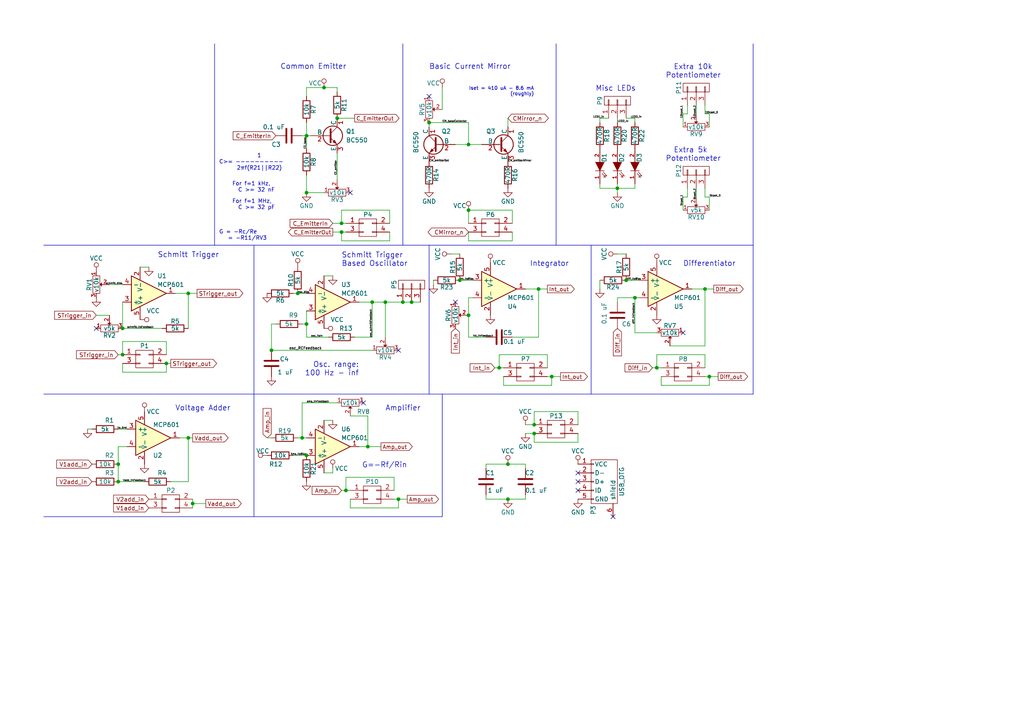
<source format=kicad_sch>
(kicad_sch (version 20230121) (generator eeschema)
  (paper "A4")
  (lib_symbols
    (symbol "FundamentalsBoard-rescue:BC550" (pin_names (offset 0))
      (property "Reference" "Q" (at 5.08 1.905 0))
      (property "Value" "BC550" (at 5.08 0 0))
      (property "Footprint" "TO-92" (at 5.08 -1.905 0))
      (symbol "BC550_0_1"
        (polyline (pts (xy 0 0) (xy 0.635 0)))
        (polyline (pts (xy 0.635 0.635) (xy 2.54 2.54)))
        (polyline (pts (xy 0.635 -0.635) (xy 2.54 -2.54) (xy 2.54 -2.54)))
        (polyline (pts (xy 0.635 1.905) (xy 0.635 -1.905) (xy 0.635 -1.905)) (stroke (width 0.508)))
        (polyline (pts (xy 1.27 -1.778) (xy 1.778 -1.27) (xy 2.286 -2.286) (xy 1.27 -1.778) (xy 1.27 -1.778)) (fill (type outline)))
        (circle (center 1.27 0) (radius 2.8194) (stroke (width 0.254)))
      )
      (symbol "BC550_1_1"
        (pin passive line (at 2.54 5.08 270) (length 2.54) (name "C") (number "1"))
        (pin input line (at -5.08 0 0) (length 5.08) (name "B") (number "2"))
        (pin passive line (at 2.54 -5.08 90) (length 2.54) (name "E") (number "3"))
      )
    )
    (symbol "FundamentalsBoard-rescue:C" (pin_numbers hide) (pin_names (offset 0.254))
      (property "Reference" "C" (at 0.635 2.54 0))
      (property "Value" "C" (at 0.635 -2.54 0))
      (symbol "C_0_1"
        (polyline (pts (xy -2.032 -0.762) (xy 2.032 -0.762)) (stroke (width 0.508)))
        (polyline (pts (xy -2.032 0.762) (xy 2.032 0.762)) (stroke (width 0.508)))
      )
      (symbol "C_1_1"
        (pin passive line (at 0 3.81 270) (length 2.794) (name "~") (number "1"))
        (pin passive line (at 0 -3.81 90) (length 2.794) (name "~") (number "2"))
      )
    )
    (symbol "FundamentalsBoard-rescue:CONN_01X03" (pin_names (offset 1.016) hide)
      (property "Reference" "P" (at 0 5.08 0))
      (property "Value" "CONN_01X03" (at 2.54 0 90))
      (symbol "CONN_01X03_0_1"
        (rectangle (start -1.27 -2.413) (end 0.254 -2.667))
        (rectangle (start -1.27 0.127) (end 0.254 -0.127))
        (rectangle (start -1.27 2.667) (end 0.254 2.413))
        (rectangle (start -1.27 3.81) (end 1.27 -3.81))
      )
      (symbol "CONN_01X03_1_1"
        (pin passive line (at -5.08 2.54 0) (length 3.81) (name "P1") (number "1"))
        (pin passive line (at -5.08 0 0) (length 3.81) (name "P2") (number "2"))
        (pin passive line (at -5.08 -2.54 0) (length 3.81) (name "P3") (number "3"))
      )
    )
    (symbol "FundamentalsBoard-rescue:CONN_02X02" (pin_names (offset 0.0254) hide)
      (property "Reference" "P" (at 0 3.81 0))
      (property "Value" "CONN_02X02" (at 0 -3.81 0))
      (symbol "CONN_02X02_0_1"
        (rectangle (start -2.54 -1.143) (end -1.27 -1.397))
        (rectangle (start -2.54 1.397) (end -1.27 1.143))
        (rectangle (start -2.54 2.54) (end 2.54 -2.54))
        (rectangle (start 1.27 -1.143) (end 2.54 -1.397))
        (rectangle (start 1.27 1.397) (end 2.54 1.143))
      )
      (symbol "CONN_02X02_1_1"
        (pin passive line (at -6.35 1.27 0) (length 3.81) (name "P1") (number "1"))
        (pin passive line (at 6.35 1.27 180) (length 3.81) (name "P2") (number "2"))
        (pin passive line (at -6.35 -1.27 0) (length 3.81) (name "P3") (number "3"))
        (pin passive line (at 6.35 -1.27 180) (length 3.81) (name "P4") (number "4"))
      )
    )
    (symbol "FundamentalsBoard-rescue:GND" (power) (pin_names (offset 0))
      (property "Value" "GND" (at 0 -3.81 0))
      (symbol "GND_0_1"
        (polyline (pts (xy 0 0) (xy 0 -1.27) (xy 1.27 -1.27) (xy 0 -2.54) (xy -1.27 -1.27) (xy 0 -1.27)))
      )
      (symbol "GND_1_1"
        (pin power_in line (at 0 0 270) (length 0) hide (name "GND") (number "1"))
      )
    )
    (symbol "FundamentalsBoard-rescue:LED" (pin_names (offset 1.016) hide)
      (property "Reference" "D" (at 0 2.54 0))
      (property "Value" "LED" (at 0 -2.54 0))
      (symbol "LED_0_1"
        (polyline (pts (xy -1.27 1.27) (xy -1.27 -1.27)))
        (polyline (pts (xy -2.032 -0.635) (xy -3.175 -1.651) (xy -3.048 -1.016)))
        (polyline (pts (xy -1.651 -1.016) (xy -2.794 -2.032) (xy -2.667 -1.397)))
        (polyline (pts (xy 1.27 1.27) (xy -1.27 0) (xy 1.27 -1.27)) (fill (type outline)))
      )
      (symbol "LED_1_1"
        (pin passive line (at -5.08 0 0) (length 3.81) (name "K") (number "1"))
        (pin passive line (at 5.08 0 180) (length 3.81) (name "A") (number "2"))
      )
    )
    (symbol "FundamentalsBoard-rescue:MCP601"
      (property "Reference" "U" (at 1.27 5.08 0))
      (property "Value" "MCP601" (at 5.08 -5.08 0))
      (symbol "MCP601_0_1"
        (polyline (pts (xy -5.08 5.08) (xy 5.08 0) (xy -5.08 -5.08) (xy -5.08 5.08)) (stroke (width 0.254)) (fill (type background)))
      )
      (symbol "MCP601_1_1"
        (pin output line (at 7.62 0 180) (length 2.54) (name "~") (number "1"))
        (pin input line (at -2.54 -7.62 90) (length 3.81) (name "V-") (number "2"))
        (pin input line (at -7.62 2.54 0) (length 2.54) (name "+") (number "3"))
        (pin input line (at -7.62 -2.54 0) (length 2.54) (name "-") (number "4"))
        (pin input line (at -2.54 7.62 270) (length 3.81) (name "V+") (number "5"))
      )
    )
    (symbol "FundamentalsBoard-rescue:POT" (pin_names (offset 1.016) hide)
      (property "Reference" "RV" (at 0 -2.032 0))
      (property "Value" "POT" (at 0 0 0))
      (symbol "POT_0_1"
        (rectangle (start -2.54 1.016) (end 2.54 -1.016))
        (polyline (pts (xy 0 1.016) (xy -0.508 1.524) (xy 0.508 1.524)) (fill (type outline)))
      )
      (symbol "POT_1_1"
        (pin passive line (at -3.81 0 0) (length 1.27) (name "1") (number "1"))
        (pin passive line (at 0 3.81 270) (length 2.54) (name "2") (number "2"))
        (pin passive line (at 3.81 0 180) (length 1.27) (name "3") (number "3"))
      )
    )
    (symbol "FundamentalsBoard-rescue:R" (pin_numbers hide) (pin_names (offset 0))
      (property "Reference" "R" (at 2.032 0 90))
      (property "Value" "R" (at 0 0 90))
      (symbol "R_0_1"
        (rectangle (start -1.016 -2.54) (end 1.016 2.54) (stroke (width 0.254)))
      )
      (symbol "R_1_1"
        (pin passive line (at 0 3.81 270) (length 1.27) (name "~") (number "1"))
        (pin passive line (at 0 -3.81 90) (length 1.27) (name "~") (number "2"))
      )
    )
    (symbol "FundamentalsBoard-rescue:USB_OTG" (pin_names (offset 1.016))
      (property "Reference" "P" (at 8.255 -3.175 0))
      (property "Value" "USB_OTG" (at 0 5.08 0))
      (symbol "USB_OTG_0_1"
        (rectangle (start -6.35 -3.81) (end 6.35 3.81))
        (rectangle (start -5.207 -3.81) (end -4.953 -3.048))
        (rectangle (start -2.667 -3.81) (end -2.413 -3.048))
        (rectangle (start -0.127 -3.81) (end 0.127 -3.048))
        (rectangle (start 2.413 -3.81) (end 2.667 -3.048))
        (rectangle (start 4.953 -3.81) (end 5.207 -3.048))
      )
      (symbol "USB_OTG_1_1"
        (pin power_out line (at -5.08 -7.62 90) (length 3.81) (name "VCC") (number "1"))
        (pin passive line (at -2.54 -7.62 90) (length 3.81) (name "D-") (number "2"))
        (pin passive line (at 0 -7.62 90) (length 3.81) (name "D+") (number "3"))
        (pin power_in line (at 2.54 -7.62 90) (length 3.81) (name "ID") (number "4"))
        (pin power_in line (at 5.08 -7.62 90) (length 3.81) (name "GND") (number "5"))
        (pin passive line (at 10.16 2.54 180) (length 3.81) (name "shield") (number "6"))
      )
    )
    (symbol "FundamentalsBoard-rescue:VCC" (power) (pin_names (offset 0))
      (property "Value" "VCC" (at 0 3.81 0))
      (symbol "VCC_0_1"
        (polyline (pts (xy 0 0) (xy 0 1.27)))
        (circle (center 0 1.905) (radius 0.635))
      )
      (symbol "VCC_1_1"
        (pin power_in line (at 0 0 90) (length 0) hide (name "VCC") (number "1"))
      )
    )
  )
  (junction (at 88.9 93.98))
  (junction (at 190.5 106.68))
  (junction (at 115.57 144.78))
  (junction (at 87.63 127))
  (junction (at 181.61 81.28))
  (junction (at 99.06 64.77))
  (junction (at 35.56 95.25))
  (junction (at 147.32 134.62))
  (junction (at 184.15 86.36))
  (junction (at 135.89 60.96))
  (junction (at 88.9 132.08))
  (junction (at 147.32 144.78))
  (junction (at 35.56 102.87))
  (junction (at 133.35 81.28))
  (junction (at 156.21 83.82))
  (junction (at 111.76 87.63))
  (junction (at 204.47 83.82))
  (junction (at 119.38 87.63))
  (junction (at 124.46 35.56))
  (junction (at 97.79 34.29))
  (junction (at 160.02 109.22))
  (junction (at 34.29 139.7))
  (junction (at 48.26 105.41))
  (junction (at 116.84 87.63))
  (junction (at 78.74 101.6))
  (junction (at 205.74 109.22))
  (junction (at 93.98 25.4))
  (junction (at 107.95 87.63))
  (junction (at 144.78 106.68))
  (junction (at 86.36 85.09))
  (junction (at 88.9 55.88))
  (junction (at 99.06 67.31))
  (junction (at 34.29 134.62))
  (junction (at 54.61 85.09))
  (junction (at 54.61 127))
  (junction (at 179.07 54.61))
  (junction (at 154.94 123.19))
  (junction (at 55.88 146.05))
  (junction (at 135.89 91.44))
  (junction (at 88.9 39.37))
  (junction (at 100.33 142.24))
  (junction (at 135.89 41.91))
  (junction (at 154.94 125.73))
  (junction (at 106.68 129.54))
  (no_connect (at 177.8 149.86))
  (no_connect (at 105.41 116.84))
  (no_connect (at 132.08 87.63))
  (no_connect (at 167.64 137.16))
  (no_connect (at 115.57 101.6))
  (no_connect (at 27.94 95.25))
  (no_connect (at 198.12 96.52))
  (no_connect (at 167.64 139.7))
  (no_connect (at 101.6 55.88))
  (no_connect (at 124.46 27.94))
  (no_connect (at 167.64 142.24))
  (wire (pts (xy 85.09 85.09) (xy 86.36 85.09)))
  (wire (pts (xy 181.61 81.28) (xy 185.42 81.28)))
  (wire (pts (xy 124.46 35.56) (xy 124.46 36.83)))
  (wire (pts (xy 205.74 33.02) (xy 205.74 36.83)))
  (wire (pts (xy 184.15 86.36) (xy 185.42 86.36)))
  (wire (pts (xy 198.12 36.83) (xy 198.12 33.02)))
  (wire (pts (xy 35.56 102.87) (xy 34.29 102.87)))
  (wire (pts (xy 114.3 142.24) (xy 114.3 138.43)))
  (wire (pts (xy 173.99 35.56) (xy 173.99 34.29)))
  (wire (pts (xy 55.88 144.78) (xy 55.88 146.05)))
  (wire (pts (xy 48.26 102.87) (xy 48.26 99.06)))
  (wire (pts (xy 34.29 129.54) (xy 34.29 134.62)))
  (wire (pts (xy 205.74 109.22) (xy 208.28 109.22)))
  (wire (pts (xy 184.15 35.56) (xy 184.15 34.29)))
  (wire (pts (xy 113.03 60.96) (xy 113.03 64.77)))
  (wire (pts (xy 135.89 41.91) (xy 139.7 41.91)))
  (wire (pts (xy 147.32 134.62) (xy 152.4 134.62)))
  (wire (pts (xy 140.97 143.51) (xy 140.97 144.78)))
  (wire (pts (xy 88.9 90.17) (xy 88.9 93.98)))
  (wire (pts (xy 55.88 146.05) (xy 59.69 146.05)))
  (wire (pts (xy 204.47 57.15) (xy 204.47 54.61)))
  (polyline (pts (xy 128.27 149.86) (xy 128.27 114.3)))
  (wire (pts (xy 154.94 125.73) (xy 152.4 125.73)))
  (wire (pts (xy 88.9 93.98) (xy 87.63 93.98)))
  (wire (pts (xy 179.07 86.36) (xy 179.07 87.63)))
  (wire (pts (xy 204.47 100.33) (xy 204.47 83.82)))
  (wire (pts (xy 107.95 87.63) (xy 111.76 87.63)))
  (wire (pts (xy 158.75 102.87) (xy 144.78 102.87)))
  (wire (pts (xy 119.38 87.63) (xy 121.92 87.63)))
  (wire (pts (xy 100.33 138.43) (xy 100.33 142.24)))
  (wire (pts (xy 86.36 85.09) (xy 88.9 85.09)))
  (wire (pts (xy 87.63 116.84) (xy 97.79 116.84)))
  (wire (pts (xy 147.32 36.83) (xy 147.32 34.29)))
  (wire (pts (xy 99.06 67.31) (xy 100.33 67.31)))
  (wire (pts (xy 97.79 25.4) (xy 97.79 26.67)))
  (wire (pts (xy 48.26 99.06) (xy 35.56 99.06)))
  (polyline (pts (xy 171.45 114.3) (xy 171.45 71.12)))
  (wire (pts (xy 135.89 60.96) (xy 135.89 64.77)))
  (wire (pts (xy 36.83 129.54) (xy 34.29 129.54)))
  (wire (pts (xy 106.68 120.65) (xy 106.68 129.54)))
  (wire (pts (xy 158.75 106.68) (xy 158.75 102.87)))
  (wire (pts (xy 156.21 97.79) (xy 156.21 83.82)))
  (wire (pts (xy 135.89 86.36) (xy 137.16 86.36)))
  (wire (pts (xy 125.73 82.55) (xy 125.73 81.28)))
  (wire (pts (xy 78.74 127) (xy 77.47 127)))
  (polyline (pts (xy 218.44 12.7) (xy 218.44 114.3)))
  (wire (pts (xy 205.74 60.96) (xy 205.74 57.15)))
  (wire (pts (xy 102.87 97.79) (xy 107.95 97.79)))
  (wire (pts (xy 87.63 116.84) (xy 87.63 127)))
  (wire (pts (xy 88.9 39.37) (xy 88.9 43.18)))
  (wire (pts (xy 173.99 83.82) (xy 173.99 81.28)))
  (wire (pts (xy 201.93 33.02) (xy 201.93 30.48)))
  (wire (pts (xy 158.75 109.22) (xy 160.02 109.22)))
  (wire (pts (xy 160.02 109.22) (xy 162.56 109.22)))
  (wire (pts (xy 88.9 93.98) (xy 88.9 97.79)))
  (wire (pts (xy 184.15 96.52) (xy 190.5 96.52)))
  (wire (pts (xy 100.33 142.24) (xy 101.6 142.24)))
  (wire (pts (xy 179.07 86.36) (xy 184.15 86.36)))
  (polyline (pts (xy 124.46 114.3) (xy 124.46 71.12)))
  (wire (pts (xy 204.47 30.48) (xy 204.47 33.02)))
  (wire (pts (xy 146.05 109.22) (xy 146.05 111.76)))
  (wire (pts (xy 154.94 128.27) (xy 154.94 125.73)))
  (wire (pts (xy 199.39 57.15) (xy 199.39 54.61)))
  (wire (pts (xy 199.39 33.02) (xy 199.39 30.48)))
  (wire (pts (xy 173.99 54.61) (xy 179.07 54.61)))
  (wire (pts (xy 135.89 86.36) (xy 135.89 91.44)))
  (wire (pts (xy 147.32 144.78) (xy 152.4 144.78)))
  (polyline (pts (xy 218.44 114.3) (xy 12.7 114.3)))
  (wire (pts (xy 78.74 101.6) (xy 107.95 101.6)))
  (wire (pts (xy 135.89 41.91) (xy 135.89 35.56)))
  (wire (pts (xy 198.12 33.02) (xy 199.39 33.02)))
  (wire (pts (xy 143.51 106.68) (xy 144.78 106.68)))
  (wire (pts (xy 132.08 41.91) (xy 135.89 41.91)))
  (wire (pts (xy 179.07 54.61) (xy 179.07 55.88)))
  (wire (pts (xy 113.03 69.85) (xy 99.06 69.85)))
  (polyline (pts (xy 12.7 71.12) (xy 218.44 71.12)))
  (wire (pts (xy 101.6 144.78) (xy 101.6 147.32)))
  (wire (pts (xy 101.6 147.32) (xy 115.57 147.32)))
  (wire (pts (xy 204.47 102.87) (xy 190.5 102.87)))
  (wire (pts (xy 80.01 93.98) (xy 78.74 93.98)))
  (wire (pts (xy 99.06 64.77) (xy 100.33 64.77)))
  (wire (pts (xy 35.56 87.63) (xy 35.56 95.25)))
  (wire (pts (xy 55.88 146.05) (xy 55.88 147.32)))
  (wire (pts (xy 54.61 85.09) (xy 57.15 85.09)))
  (wire (pts (xy 190.5 102.87) (xy 190.5 106.68)))
  (wire (pts (xy 34.29 124.46) (xy 36.83 124.46)))
  (wire (pts (xy 85.09 132.08) (xy 88.9 132.08)))
  (wire (pts (xy 35.56 107.95) (xy 48.26 107.95)))
  (wire (pts (xy 148.59 97.79) (xy 156.21 97.79)))
  (wire (pts (xy 198.12 60.96) (xy 198.12 57.15)))
  (wire (pts (xy 114.3 138.43) (xy 100.33 138.43)))
  (wire (pts (xy 154.94 123.19) (xy 152.4 123.19)))
  (wire (pts (xy 99.06 142.24) (xy 100.33 142.24)))
  (wire (pts (xy 135.89 67.31) (xy 135.89 69.85)))
  (wire (pts (xy 135.89 97.79) (xy 140.97 97.79)))
  (wire (pts (xy 148.59 60.96) (xy 135.89 60.96)))
  (wire (pts (xy 35.56 95.25) (xy 46.99 95.25)))
  (wire (pts (xy 156.21 83.82) (xy 158.75 83.82)))
  (wire (pts (xy 148.59 69.85) (xy 148.59 67.31)))
  (wire (pts (xy 27.94 91.44) (xy 31.75 91.44)))
  (wire (pts (xy 96.52 64.77) (xy 99.06 64.77)))
  (wire (pts (xy 204.47 109.22) (xy 205.74 109.22)))
  (wire (pts (xy 86.36 127) (xy 87.63 127)))
  (wire (pts (xy 146.05 111.76) (xy 160.02 111.76)))
  (wire (pts (xy 189.23 106.68) (xy 190.5 106.68)))
  (wire (pts (xy 49.53 139.7) (xy 54.61 139.7)))
  (wire (pts (xy 88.9 25.4) (xy 93.98 25.4)))
  (wire (pts (xy 130.81 73.66) (xy 133.35 73.66)))
  (wire (pts (xy 140.97 134.62) (xy 147.32 134.62)))
  (wire (pts (xy 35.56 105.41) (xy 35.56 107.95)))
  (wire (pts (xy 93.98 25.4) (xy 97.79 25.4)))
  (wire (pts (xy 173.99 53.34) (xy 173.99 54.61)))
  (wire (pts (xy 204.47 33.02) (xy 205.74 33.02)))
  (wire (pts (xy 99.06 64.77) (xy 99.06 60.96)))
  (wire (pts (xy 116.84 87.63) (xy 119.38 87.63)))
  (wire (pts (xy 152.4 144.78) (xy 152.4 143.51)))
  (wire (pts (xy 184.15 34.29) (xy 181.61 34.29)))
  (wire (pts (xy 115.57 147.32) (xy 115.57 144.78)))
  (wire (pts (xy 87.63 127) (xy 88.9 127)))
  (wire (pts (xy 190.5 106.68) (xy 191.77 106.68)))
  (wire (pts (xy 99.06 60.96) (xy 113.03 60.96)))
  (wire (pts (xy 87.63 39.37) (xy 88.9 39.37)))
  (wire (pts (xy 88.9 50.8) (xy 88.9 55.88)))
  (wire (pts (xy 205.74 57.15) (xy 204.47 57.15)))
  (wire (pts (xy 97.79 34.29) (xy 102.87 34.29)))
  (wire (pts (xy 167.64 125.73) (xy 167.64 128.27)))
  (wire (pts (xy 114.3 144.78) (xy 115.57 144.78)))
  (wire (pts (xy 104.14 129.54) (xy 106.68 129.54)))
  (wire (pts (xy 135.89 69.85) (xy 148.59 69.85)))
  (wire (pts (xy 96.52 80.01) (xy 93.98 80.01)))
  (wire (pts (xy 25.4 124.46) (xy 26.67 124.46)))
  (wire (pts (xy 184.15 96.52) (xy 184.15 86.36)))
  (wire (pts (xy 101.6 120.65) (xy 106.68 120.65)))
  (wire (pts (xy 167.64 119.38) (xy 167.64 123.19)))
  (wire (pts (xy 88.9 97.79) (xy 95.25 97.79)))
  (wire (pts (xy 179.07 54.61) (xy 184.15 54.61)))
  (wire (pts (xy 78.74 93.98) (xy 78.74 101.6)))
  (wire (pts (xy 135.89 35.56) (xy 124.46 35.56)))
  (wire (pts (xy 35.56 99.06) (xy 35.56 102.87)))
  (wire (pts (xy 179.07 35.56) (xy 179.07 34.29)))
  (polyline (pts (xy 12.7 149.86) (xy 128.27 149.86)))
  (wire (pts (xy 96.52 137.16) (xy 96.52 135.89)))
  (wire (pts (xy 135.89 91.44) (xy 135.89 97.79)))
  (wire (pts (xy 113.03 67.31) (xy 113.03 69.85)))
  (wire (pts (xy 191.77 109.22) (xy 191.77 111.76)))
  (wire (pts (xy 52.07 127) (xy 54.61 127)))
  (wire (pts (xy 173.99 34.29) (xy 176.53 34.29)))
  (wire (pts (xy 140.97 144.78) (xy 147.32 144.78)))
  (wire (pts (xy 96.52 121.92) (xy 93.98 121.92)))
  (wire (pts (xy 104.14 87.63) (xy 107.95 87.63)))
  (wire (pts (xy 54.61 95.25) (xy 54.61 85.09)))
  (wire (pts (xy 111.76 97.79) (xy 111.76 87.63)))
  (wire (pts (xy 88.9 35.56) (xy 88.9 39.37)))
  (wire (pts (xy 93.98 137.16) (xy 96.52 137.16)))
  (wire (pts (xy 99.06 69.85) (xy 99.06 67.31)))
  (wire (pts (xy 204.47 83.82) (xy 207.01 83.82)))
  (wire (pts (xy 54.61 127) (xy 55.88 127)))
  (wire (pts (xy 48.26 105.41) (xy 49.53 105.41)))
  (wire (pts (xy 144.78 106.68) (xy 146.05 106.68)))
  (wire (pts (xy 200.66 83.82) (xy 204.47 83.82)))
  (wire (pts (xy 167.64 128.27) (xy 154.94 128.27)))
  (wire (pts (xy 184.15 54.61) (xy 184.15 53.34)))
  (wire (pts (xy 111.76 87.63) (xy 116.84 87.63)))
  (wire (pts (xy 154.94 119.38) (xy 167.64 119.38)))
  (wire (pts (xy 205.74 111.76) (xy 205.74 109.22)))
  (wire (pts (xy 48.26 107.95) (xy 48.26 105.41)))
  (wire (pts (xy 88.9 27.94) (xy 88.9 25.4)))
  (wire (pts (xy 194.31 100.33) (xy 204.47 100.33)))
  (wire (pts (xy 88.9 55.88) (xy 93.98 55.88)))
  (wire (pts (xy 179.07 53.34) (xy 179.07 54.61)))
  (polyline (pts (xy 73.66 71.12) (xy 73.66 149.86)))
  (wire (pts (xy 148.59 64.77) (xy 148.59 60.96)))
  (wire (pts (xy 50.8 85.09) (xy 54.61 85.09)))
  (wire (pts (xy 43.18 77.47) (xy 40.64 77.47)))
  (wire (pts (xy 133.35 81.28) (xy 137.16 81.28)))
  (wire (pts (xy 204.47 106.68) (xy 204.47 102.87)))
  (wire (pts (xy 107.95 97.79) (xy 107.95 87.63)))
  (polyline (pts (xy 116.84 12.7) (xy 116.84 71.12)))
  (wire (pts (xy 97.79 52.07) (xy 97.79 44.45)))
  (wire (pts (xy 140.97 134.62) (xy 140.97 135.89)))
  (wire (pts (xy 88.9 39.37) (xy 90.17 39.37)))
  (wire (pts (xy 160.02 111.76) (xy 160.02 109.22)))
  (wire (pts (xy 179.07 73.66) (xy 181.61 73.66)))
  (wire (pts (xy 191.77 111.76) (xy 205.74 111.76)))
  (wire (pts (xy 96.52 67.31) (xy 99.06 67.31)))
  (wire (pts (xy 128.27 31.75) (xy 128.27 25.4)))
  (wire (pts (xy 201.93 57.15) (xy 201.93 54.61)))
  (wire (pts (xy 152.4 83.82) (xy 156.21 83.82)))
  (wire (pts (xy 31.75 82.55) (xy 35.56 82.55)))
  (polyline (pts (xy 161.29 71.12) (xy 161.29 12.7)))
  (wire (pts (xy 198.12 57.15) (xy 199.39 57.15)))
  (wire (pts (xy 115.57 144.78) (xy 118.11 144.78)))
  (wire (pts (xy 106.68 129.54) (xy 110.49 129.54)))
  (wire (pts (xy 154.94 123.19) (xy 154.94 119.38)))
  (wire (pts (xy 54.61 139.7) (xy 54.61 127)))
  (wire (pts (xy 144.78 102.87) (xy 144.78 106.68)))
  (wire (pts (xy 34.29 139.7) (xy 41.91 139.7)))
  (wire (pts (xy 152.4 134.62) (xy 152.4 135.89)))
  (wire (pts (xy 34.29 134.62) (xy 34.29 139.7)))
  (polyline (pts (xy 62.23 71.12) (xy 62.23 12.7)))
  (text "Iset = 410 uA - 8.6 mA\n (roughly)\n" (at 154.94 27.94 0) (effects (font (size 0.9906 0.9906)) (justify right bottom)))
  (text "For f=1 MHz,\n  C >= 32 pF" (at 67.31 60.96 0) (effects (font (size 1.1176 1.1176)) (justify left bottom)))
  (text "             1\nC>= ----------\n      2πf(R21||R22)" (at 63.5 49.53 0) (effects (font (size 1.1176 1.1176)) (justify left bottom)))
  (text "Voltage Adder\n" (at 50.8 119.38 0) (effects (font (size 1.524 1.524)) (justify left bottom)))
  (text "G=-Rf/Rin" (at 118.11 135.89 0) (effects (font (size 1.524 1.524)) (justify right bottom)))
  (text "Amplifier" (at 111.76 119.38 0) (effects (font (size 1.524 1.524)) (justify left bottom)))
  (text "Integrator\n" (at 153.67 77.47 0) (effects (font (size 1.524 1.524)) (justify left bottom)))
  (text "  Extra 10k\nPotentiometer" (at 193.04 22.86 0) (effects (font (size 1.524 1.524)) (justify left bottom)))
  (text "Differentiator\n" (at 198.12 77.47 0) (effects (font (size 1.524 1.524)) (justify left bottom)))
  (text "  Extra 5k\nPotentiometer" (at 193.04 46.99 0) (effects (font (size 1.524 1.524)) (justify left bottom)))
  (text "G = -Rc/Re\n   = -R11/RV3\n" (at 63.5 69.85 0) (effects (font (size 1.1176 1.1176)) (justify left bottom)))
  (text "Basic Current Mirror" (at 124.46 20.32 0) (effects (font (size 1.524 1.524)) (justify left bottom)))
  (text "Common Emitter" (at 81.28 20.32 0) (effects (font (size 1.524 1.524)) (justify left bottom)))
  (text "Schmitt Trigger" (at 45.72 74.93 0) (effects (font (size 1.524 1.524)) (justify left bottom)))
  (text "Schmitt Trigger\nBased Oscillator\n" (at 99.06 77.47 0) (effects (font (size 1.524 1.524)) (justify left bottom)))
  (text "Osc. range:\n  100 Hz - inf" (at 104.14 109.22 0) (effects (font (size 1.524 1.524)) (justify right bottom)))
  (text "Misc LEDs\n" (at 172.72 26.67 0) (effects (font (size 1.524 1.524)) (justify left bottom)))
  (text "For f=1 kHz,\n  C >= 32 nF" (at 67.31 55.88 0) (effects (font (size 1.1176 1.1176)) (justify left bottom)))
  (label "Vp_Gnd" (at 36.83 124.46 180) (effects (font (size 0.508 0.508))))
  (label "CM_baseCollector" (at 128.27 35.56 0) (effects (font (size 0.5334 0.5334))))
  (label "LED3_in" (at 182.88 34.29 0) (effects (font (size 0.5334 0.5334))))
  (label "5kpot_1" (at 198.12 59.69 90) (effects (font (size 0.5334 0.5334))))
  (label "diff_VnFeedback" (at 184.15 93.98 90) (effects (font (size 0.508 0.508))))
  (label "CM_emitterSet" (at 124.46 46.99 0) (effects (font (size 0.5334 0.5334))))
  (label "osc_bias" (at 86.36 85.09 0) (effects (font (size 0.508 0.508))))
  (label "10kpot_1" (at 198.12 34.29 90) (effects (font (size 0.5334 0.5334))))
  (label "Amp_VpBias" (at 88.9 132.08 180) (effects (font (size 0.508 0.508))))
  (label "schmitt_VpFeedback" (at 36.83 95.25 0) (effects (font (size 0.508 0.508))))
  (label "5kpot_3" (at 205.74 57.15 0) (effects (font (size 0.5334 0.5334))))
  (label "5kpot_2" (at 201.93 54.61 270) (effects (font (size 0.5334 0.5334))))
  (label "osc_RCFeedback" (at 83.82 101.6 0) (effects (font (size 0.762 0.762))))
  (label "int_VnFeedback" (at 137.16 97.79 0) (effects (font (size 0.508 0.508))))
  (label "10kpot_2" (at 201.93 30.48 270) (effects (font (size 0.5334 0.5334))))
  (label "LED1_in" (at 175.26 34.29 180) (effects (font (size 0.5334 0.5334))))
  (label "schmitt_bias" (at 35.56 82.55 180) (effects (font (size 0.508 0.508))))
  (label "CE_base" (at 88.9 43.18 90) (effects (font (size 0.5334 0.5334))))
  (label "CE_emitter" (at 97.79 50.8 90) (effects (font (size 0.5334 0.5334))))
  (label "Vadd_VnFeedback" (at 35.56 139.7 0) (effects (font (size 0.508 0.508))))
  (label "int_VpBias" (at 133.35 81.28 0) (effects (font (size 0.508 0.508))))
  (label "osc_schmittFeedback" (at 107.95 97.79 90) (effects (font (size 0.508 0.508))))
  (label "osc_VpIn" (at 90.17 97.79 0) (effects (font (size 0.508 0.508))))
  (label "LED2_in" (at 179.07 35.56 0) (effects (font (size 0.5334 0.5334))))
  (label "10kpot_3" (at 204.47 33.02 0) (effects (font (size 0.5334 0.5334))))
  (label "CM_emitterMirror" (at 147.32 46.99 0) (effects (font (size 0.5334 0.5334))))
  (label "diff_VpBias" (at 181.61 81.28 0) (effects (font (size 0.508 0.508))))
  (label "amp_VnFeedback" (at 88.9 116.84 0) (effects (font (size 0.508 0.508))))
  (global_label "Int_out" (shape output) (at 162.56 109.22 0) (effects (font (size 1.1176 1.1176))) (property "Intersheetrefs" "${INTERSHEET_REFS}" (effects hide)))
  (global_label "Vadd_out" (shape output) (at 55.88 127 0) (effects (font (size 1.1938 1.1938))) (property "Intersheetrefs" "${INTERSHEET_REFS}" (effects hide)))
  (global_label "C_EmitterIn" (shape input) (at 80.01 39.37 180) (effects (font (size 1.1938 1.1938))) (property "Intersheetrefs" "${INTERSHEET_REFS}" (effects hide)))
  (global_label "STrigger_in" (shape input) (at 34.29 102.87 180) (effects (font (size 1.1938 1.1938))) (property "Intersheetrefs" "${INTERSHEET_REFS}" (effects hide)))
  (global_label "V2add_in" (shape input) (at 43.18 144.78 180) (effects (font (size 1.1938 1.1938))) (property "Intersheetrefs" "${INTERSHEET_REFS}" (effects hide)))
  (global_label "Diff_in" (shape input) (at 179.07 95.25 270) (effects (font (size 1.1938 1.1938))) (property "Intersheetrefs" "${INTERSHEET_REFS}" (effects hide)))
  (global_label "Diff_in" (shape input) (at 189.23 106.68 180) (effects (font (size 1.1938 1.1938))) (property "Intersheetrefs" "${INTERSHEET_REFS}" (effects hide)))
  (global_label "Amp_in" (shape input) (at 99.06 142.24 180) (effects (font (size 1.1938 1.1938))) (property "Intersheetrefs" "${INTERSHEET_REFS}" (effects hide)))
  (global_label "STrigger_out" (shape output) (at 49.53 105.41 0) (effects (font (size 1.1938 1.1938))) (property "Intersheetrefs" "${INTERSHEET_REFS}" (effects hide)))
  (global_label "STrigger_in" (shape input) (at 27.94 91.44 180) (effects (font (size 1.1938 1.1938))) (property "Intersheetrefs" "${INTERSHEET_REFS}" (effects hide)))
  (global_label "CMirror_n" (shape bidirectional) (at 135.89 67.31 180) (effects (font (size 1.1938 1.1938))) (property "Intersheetrefs" "${INTERSHEET_REFS}" (effects hide)))
  (global_label "Diff_out" (shape output) (at 208.28 109.22 0) (effects (font (size 1.1176 1.1176))) (property "Intersheetrefs" "${INTERSHEET_REFS}" (effects hide)))
  (global_label "Int_in" (shape input) (at 132.08 95.25 270) (effects (font (size 1.1938 1.1938))) (property "Intersheetrefs" "${INTERSHEET_REFS}" (effects hide)))
  (global_label "Vadd_out" (shape output) (at 59.69 146.05 0) (effects (font (size 1.1938 1.1938))) (property "Intersheetrefs" "${INTERSHEET_REFS}" (effects hide)))
  (global_label "Int_out" (shape output) (at 158.75 83.82 0) (effects (font (size 1.1176 1.1176))) (property "Intersheetrefs" "${INTERSHEET_REFS}" (effects hide)))
  (global_label "STrigger_out" (shape output) (at 57.15 85.09 0) (effects (font (size 1.1938 1.1938))) (property "Intersheetrefs" "${INTERSHEET_REFS}" (effects hide)))
  (global_label "Amp_out" (shape output) (at 118.11 144.78 0) (effects (font (size 1.1176 1.1176))) (property "Intersheetrefs" "${INTERSHEET_REFS}" (effects hide)))
  (global_label "V1add_in" (shape input) (at 26.67 134.62 180) (effects (font (size 1.1938 1.1938))) (property "Intersheetrefs" "${INTERSHEET_REFS}" (effects hide)))
  (global_label "C_EmitterOut" (shape output) (at 96.52 67.31 180) (effects (font (size 1.1176 1.1176))) (property "Intersheetrefs" "${INTERSHEET_REFS}" (effects hide)))
  (global_label "C_EmitterOut" (shape output) (at 102.87 34.29 0) (effects (font (size 1.1176 1.1176))) (property "Intersheetrefs" "${INTERSHEET_REFS}" (effects hide)))
  (global_label "C_EmitterIn" (shape input) (at 96.52 64.77 180) (effects (font (size 1.1938 1.1938))) (property "Intersheetrefs" "${INTERSHEET_REFS}" (effects hide)))
  (global_label "Amp_in" (shape input) (at 77.47 127 90) (effects (font (size 1.1938 1.1938))) (property "Intersheetrefs" "${INTERSHEET_REFS}" (effects hide)))
  (global_label "V2add_in" (shape input) (at 26.67 139.7 180) (effects (font (size 1.1938 1.1938))) (property "Intersheetrefs" "${INTERSHEET_REFS}" (effects hide)))
  (global_label "Int_in" (shape input) (at 143.51 106.68 180) (effects (font (size 1.1938 1.1938))) (property "Intersheetrefs" "${INTERSHEET_REFS}" (effects hide)))
  (global_label "V1add_in" (shape input) (at 43.18 147.32 180) (effects (font (size 1.1938 1.1938))) (property "Intersheetrefs" "${INTERSHEET_REFS}" (effects hide)))
  (global_label "Diff_out" (shape output) (at 207.01 83.82 0) (effects (font (size 1.1176 1.1176))) (property "Intersheetrefs" "${INTERSHEET_REFS}" (effects hide)))
  (global_label "Amp_out" (shape output) (at 110.49 129.54 0) (effects (font (size 1.1176 1.1176))) (property "Intersheetrefs" "${INTERSHEET_REFS}" (effects hide)))
  (global_label "CMirror_n" (shape bidirectional) (at 147.32 34.29 0) (effects (font (size 1.1938 1.1938))) (property "Intersheetrefs" "${INTERSHEET_REFS}" (effects hide)))
  (symbol (lib_id "FundamentalsBoard-rescue:BC550") (at 95.25 39.37 0) (unit 1)
    (property "Reference" "Q1" (at 100.33 38.1 0) (effects (justify left)))
    (property "Value" "BC550" (at 100.33 40.64 0) (effects (justify left)))
    (property "Footprint" "TO_SOT_Packages_SMD:SOT-23" (effects hide))
  )
  (symbol (lib_id "FundamentalsBoard-rescue:BC550") (at 127 41.91 0) (mirror y) (unit 1)
    (property "Reference" "Q2" (at 130.81 38.1 0) (effects (justify left)))
    (property "Value" "BC550" (at 120.65 44.45 90) (effects (justify left)))
    (property "Footprint" "TO_SOT_Packages_SMD:SOT-23" (effects hide))
  )
  (symbol (lib_id "FundamentalsBoard-rescue:BC550") (at 144.78 41.91 0) (unit 1)
    (property "Reference" "Q3" (at 140.97 38.1 0) (effects (justify left)))
    (property "Value" "BC550" (at 151.13 44.45 90) (effects (justify left)))
    (property "Footprint" "TO_SOT_Packages_SMD:SOT-23" (effects hide))
  )
  (symbol (lib_id "FundamentalsBoard-rescue:R") (at 97.79 30.48 0) (unit 1)
    (property "Reference" "R11" (at 99.822 30.48 90))
    (property "Value" "5k" (at 97.79 30.48 90))
    (property "Footprint" "Resistors_SMD:R_0603" (effects hide))
  )
  (symbol (lib_id "FundamentalsBoard-rescue:C") (at 83.82 39.37 270) (unit 1)
    (property "Reference" "C3" (at 78.74 41.91 90) (effects (justify left)))
    (property "Value" "0.1 uF" (at 76.2 36.83 90) (effects (justify left)))
    (property "Footprint" "Capacitors_SMD:C_0603" (effects hide))
  )
  (symbol (lib_id "FundamentalsBoard-rescue:R") (at 88.9 46.99 0) (unit 1)
    (property "Reference" "R8" (at 90.932 46.99 90))
    (property "Value" "10k" (at 88.9 46.99 90))
    (property "Footprint" "Resistors_SMD:R_0603" (effects hide))
  )
  (symbol (lib_id "FundamentalsBoard-rescue:R") (at 88.9 31.75 0) (unit 1)
    (property "Reference" "R7" (at 90.932 31.75 90))
    (property "Value" "10k" (at 88.9 31.75 90))
    (property "Footprint" "Resistors_SMD:R_0603" (effects hide))
  )
  (symbol (lib_id "FundamentalsBoard-rescue:VCC") (at 93.98 25.4 0) (unit 1)
    (property "Reference" "#PWR01" (effects hide))
    (property "Value" "VCC" (at 91.44 24.13 0))
  )
  (symbol (lib_id "FundamentalsBoard-rescue:POT") (at 97.79 55.88 0) (unit 1)
    (property "Reference" "RV3" (at 97.79 57.912 0))
    (property "Value" "v10k" (at 97.79 55.88 0))
    (property "Footprint" "TylerCustom:ST-4" (effects hide))
  )
  (symbol (lib_id "FundamentalsBoard-rescue:GND") (at 88.9 55.88 0) (unit 1)
    (property "Reference" "#PWR02" (effects hide))
    (property "Value" "GND" (at 88.9 59.69 0))
  )
  (symbol (lib_id "FundamentalsBoard-rescue:R") (at 124.46 50.8 0) (mirror x) (unit 1)
    (property "Reference" "R14" (at 126.492 50.8 90))
    (property "Value" "470R" (at 124.46 50.8 90))
    (property "Footprint" "Resistors_SMD:R_0603" (effects hide))
  )
  (symbol (lib_id "FundamentalsBoard-rescue:R") (at 147.32 50.8 0) (mirror x) (unit 1)
    (property "Reference" "R16" (at 149.352 50.8 90))
    (property "Value" "470R" (at 147.32 50.8 90))
    (property "Footprint" "Resistors_SMD:R_0603" (effects hide))
  )
  (symbol (lib_id "FundamentalsBoard-rescue:GND") (at 124.46 54.61 0) (unit 1)
    (property "Reference" "#PWR03" (effects hide))
    (property "Value" "GND" (at 124.46 58.42 0))
  )
  (symbol (lib_id "FundamentalsBoard-rescue:GND") (at 147.32 54.61 0) (unit 1)
    (property "Reference" "#PWR04" (effects hide))
    (property "Value" "GND" (at 147.32 58.42 0))
  )
  (symbol (lib_id "FundamentalsBoard-rescue:POT") (at 124.46 31.75 270) (unit 1)
    (property "Reference" "RV5" (at 122.428 31.75 0))
    (property "Value" "v10k" (at 124.46 31.75 0))
    (property "Footprint" "TylerCustom:ST-4" (effects hide))
  )
  (symbol (lib_id "FundamentalsBoard-rescue:VCC") (at 128.27 25.4 0) (unit 1)
    (property "Reference" "#PWR05" (effects hide))
    (property "Value" "VCC" (at 125.73 24.13 0))
  )
  (symbol (lib_id "FundamentalsBoard-rescue:CONN_02X02") (at 106.68 66.04 0) (unit 1)
    (property "Reference" "P4" (at 106.68 62.23 0))
    (property "Value" "CONN_02X02" (effects hide))
    (property "Footprint" "Pin_Headers:Pin_Header_Straight_2x02" (effects hide))
  )
  (symbol (lib_id "FundamentalsBoard-rescue:CONN_02X02") (at 142.24 66.04 0) (unit 1)
    (property "Reference" "P6" (at 142.24 62.23 0))
    (property "Value" "CONN_02X02" (effects hide))
    (property "Footprint" "Pin_Headers:Pin_Header_Straight_2x02" (effects hide))
  )
  (symbol (lib_id "FundamentalsBoard-rescue:POT") (at 201.93 60.96 0) (unit 1)
    (property "Reference" "RV10" (at 201.93 62.992 0))
    (property "Value" "v5k" (at 201.93 60.96 0))
    (property "Footprint" "TylerCustom:ST-4" (effects hide))
  )
  (symbol (lib_id "FundamentalsBoard-rescue:CONN_01X03") (at 201.93 49.53 90) (unit 1)
    (property "Reference" "P12" (at 196.85 49.53 0))
    (property "Value" "CONN_01X03" (effects hide))
    (property "Footprint" "Pin_Headers:Pin_Header_Straight_1x03" (effects hide))
  )
  (symbol (lib_id "FundamentalsBoard-rescue:POT") (at 201.93 36.83 0) (unit 1)
    (property "Reference" "RV9" (at 201.93 38.862 0))
    (property "Value" "v10k" (at 201.93 36.83 0))
    (property "Footprint" "TylerCustom:ST-4" (effects hide))
  )
  (symbol (lib_id "FundamentalsBoard-rescue:CONN_01X03") (at 201.93 25.4 90) (unit 1)
    (property "Reference" "P11" (at 196.85 25.4 0))
    (property "Value" "CONN_01X03" (effects hide))
    (property "Footprint" "Pin_Headers:Pin_Header_Straight_1x03" (effects hide))
  )
  (symbol (lib_id "FundamentalsBoard-rescue:MCP601") (at 43.18 85.09 0) (mirror x) (unit 1)
    (property "Reference" "U1" (at 46.99 80.01 0))
    (property "Value" "MCP601" (at 49.53 82.55 0))
    (property "Footprint" "TO_SOT_Packages_SMD:SOT-23-5" (effects hide))
  )
  (symbol (lib_id "FundamentalsBoard-rescue:GND") (at 43.18 77.47 0) (unit 1)
    (property "Reference" "#PWR06" (effects hide))
    (property "Value" "GND" (effects hide))
  )
  (symbol (lib_id "FundamentalsBoard-rescue:VCC") (at 40.64 92.71 270) (unit 1)
    (property "Reference" "#PWR07" (effects hide))
    (property "Value" "VCC" (at 44.45 90.17 90))
  )
  (symbol (lib_id "FundamentalsBoard-rescue:R") (at 50.8 95.25 270) (mirror x) (unit 1)
    (property "Reference" "R5" (at 50.8 93.218 90))
    (property "Value" "5k" (at 50.8 95.25 90))
    (property "Footprint" "Resistors_SMD:R_0603" (effects hide))
  )
  (symbol (lib_id "FundamentalsBoard-rescue:POT") (at 31.75 95.25 0) (unit 1)
    (property "Reference" "RV2" (at 31.75 97.282 0))
    (property "Value" "v5k" (at 31.75 95.25 0))
    (property "Footprint" "TylerCustom:ST-4" (effects hide))
  )
  (symbol (lib_id "FundamentalsBoard-rescue:VCC") (at 27.94 78.74 0) (unit 1)
    (property "Reference" "#PWR08" (effects hide))
    (property "Value" "VCC" (at 27.94 74.93 0))
  )
  (symbol (lib_id "FundamentalsBoard-rescue:GND") (at 27.94 86.36 0) (unit 1)
    (property "Reference" "#PWR09" (effects hide))
    (property "Value" "GND" (effects hide))
  )
  (symbol (lib_id "FundamentalsBoard-rescue:POT") (at 27.94 82.55 270) (unit 1)
    (property "Reference" "RV1" (at 25.908 82.55 0))
    (property "Value" "v10k" (at 27.94 82.55 0))
    (property "Footprint" "TylerCustom:ST-4" (effects hide))
  )
  (symbol (lib_id "FundamentalsBoard-rescue:CONN_02X02") (at 41.91 104.14 0) (unit 1)
    (property "Reference" "P1" (at 41.91 100.33 0))
    (property "Value" "CONN_02X02" (effects hide))
    (property "Footprint" "Pin_Headers:Pin_Header_Straight_2x02" (effects hide))
  )
  (symbol (lib_id "FundamentalsBoard-rescue:MCP601") (at 96.52 87.63 0) (mirror x) (unit 1)
    (property "Reference" "U3" (at 100.33 82.55 0))
    (property "Value" "MCP601" (at 102.87 85.09 0))
    (property "Footprint" "TO_SOT_Packages_SMD:SOT-23-5" (effects hide))
  )
  (symbol (lib_id "FundamentalsBoard-rescue:GND") (at 96.52 80.01 0) (unit 1)
    (property "Reference" "#PWR010" (effects hide))
    (property "Value" "GND" (effects hide))
  )
  (symbol (lib_id "FundamentalsBoard-rescue:VCC") (at 93.98 95.25 270) (unit 1)
    (property "Reference" "#PWR011" (effects hide))
    (property "Value" "VCC" (at 97.79 92.71 90))
  )
  (symbol (lib_id "FundamentalsBoard-rescue:R") (at 99.06 97.79 270) (mirror x) (unit 1)
    (property "Reference" "R13" (at 100.33 95.25 90))
    (property "Value" "5k" (at 99.06 97.79 90))
    (property "Footprint" "Resistors_SMD:R_0603" (effects hide))
  )
  (symbol (lib_id "FundamentalsBoard-rescue:VCC") (at 86.36 77.47 0) (unit 1)
    (property "Reference" "#PWR012" (effects hide))
    (property "Value" "VCC" (at 86.36 73.66 0))
  )
  (symbol (lib_id "FundamentalsBoard-rescue:GND") (at 77.47 85.09 0) (unit 1)
    (property "Reference" "#PWR013" (effects hide))
    (property "Value" "GND" (effects hide))
  )
  (symbol (lib_id "FundamentalsBoard-rescue:R") (at 81.28 85.09 90) (mirror x) (unit 1)
    (property "Reference" "R6" (at 81.28 87.122 90))
    (property "Value" "5k" (at 81.28 85.09 90))
    (property "Footprint" "Resistors_SMD:R_0603" (effects hide))
  )
  (symbol (lib_id "FundamentalsBoard-rescue:R") (at 86.36 81.28 0) (mirror y) (unit 1)
    (property "Reference" "R10" (at 84.328 81.28 90))
    (property "Value" "5k" (at 86.36 81.28 90))
    (property "Footprint" "Resistors_SMD:R_0603" (effects hide))
  )
  (symbol (lib_id "FundamentalsBoard-rescue:POT") (at 111.76 101.6 0) (unit 1)
    (property "Reference" "RV4" (at 111.76 103.632 0))
    (property "Value" "v10k" (at 111.76 101.6 0))
    (property "Footprint" "TylerCustom:ST-4" (effects hide))
  )
  (symbol (lib_id "FundamentalsBoard-rescue:C") (at 78.74 105.41 180) (unit 1)
    (property "Reference" "C4" (at 83.82 104.14 0) (effects (justify left)))
    (property "Value" "1 uF" (at 85.09 107.95 0) (effects (justify left)))
    (property "Footprint" "Capacitors_SMD:C_0603" (effects hide))
  )
  (symbol (lib_id "FundamentalsBoard-rescue:GND") (at 78.74 109.22 0) (unit 1)
    (property "Reference" "#PWR014" (effects hide))
    (property "Value" "GND" (effects hide))
  )
  (symbol (lib_id "FundamentalsBoard-rescue:R") (at 83.82 93.98 270) (mirror x) (unit 1)
    (property "Reference" "R9" (at 85.09 91.44 90))
    (property "Value" "5k" (at 83.82 93.98 90))
    (property "Footprint" "Resistors_SMD:R_0603" (effects hide))
  )
  (symbol (lib_id "FundamentalsBoard-rescue:CONN_01X03") (at 119.38 82.55 90) (unit 1)
    (property "Reference" "P5" (at 114.3 82.55 0))
    (property "Value" "CONN_01X03" (effects hide))
    (property "Footprint" "Pin_Headers:Pin_Header_Straight_1x03" (effects hide))
  )
  (symbol (lib_id "FundamentalsBoard-rescue:MCP601") (at 144.78 83.82 0) (unit 1)
    (property "Reference" "U4" (at 148.59 88.9 0))
    (property "Value" "MCP601" (at 151.13 86.36 0))
    (property "Footprint" "TO_SOT_Packages_SMD:SOT-23-5" (effects hide))
  )
  (symbol (lib_id "FundamentalsBoard-rescue:GND") (at 142.24 91.44 0) (unit 1)
    (property "Reference" "#PWR015" (effects hide))
    (property "Value" "GND" (effects hide))
  )
  (symbol (lib_id "FundamentalsBoard-rescue:VCC") (at 142.24 76.2 0) (unit 1)
    (property "Reference" "#PWR016" (effects hide))
    (property "Value" "VCC" (at 144.78 76.2 0))
  )
  (symbol (lib_id "FundamentalsBoard-rescue:GND") (at 125.73 82.55 0) (unit 1)
    (property "Reference" "#PWR017" (effects hide))
    (property "Value" "GND" (effects hide))
  )
  (symbol (lib_id "FundamentalsBoard-rescue:POT") (at 132.08 91.44 270) (unit 1)
    (property "Reference" "RV6" (at 130.048 91.44 0))
    (property "Value" "v10k" (at 132.08 91.44 0))
    (property "Footprint" "TylerCustom:ST-4" (effects hide))
  )
  (symbol (lib_id "FundamentalsBoard-rescue:C") (at 144.78 97.79 90) (unit 1)
    (property "Reference" "C5" (at 148.59 96.52 90) (effects (justify left)))
    (property "Value" "0.1 uF" (at 152.4 99.06 90) (effects (justify left)))
    (property "Footprint" "Capacitors_SMD:C_0603" (effects hide))
  )
  (symbol (lib_id "FundamentalsBoard-rescue:R") (at 133.35 77.47 0) (mirror y) (unit 1)
    (property "Reference" "R15" (at 131.318 77.47 90))
    (property "Value" "5k" (at 133.35 77.47 90))
    (property "Footprint" "Resistors_SMD:R_0603" (effects hide))
  )
  (symbol (lib_id "FundamentalsBoard-rescue:CONN_02X02") (at 152.4 107.95 0) (unit 1)
    (property "Reference" "P7" (at 152.4 104.14 0))
    (property "Value" "CONN_02X02" (effects hide))
    (property "Footprint" "Pin_Headers:Pin_Header_Straight_2x02" (effects hide))
  )
  (symbol (lib_id "FundamentalsBoard-rescue:MCP601") (at 193.04 83.82 0) (unit 1)
    (property "Reference" "U5" (at 196.85 88.9 0))
    (property "Value" "MCP601" (at 199.39 86.36 0))
    (property "Footprint" "TO_SOT_Packages_SMD:SOT-23-5" (effects hide))
  )
  (symbol (lib_id "FundamentalsBoard-rescue:GND") (at 190.5 91.44 0) (unit 1)
    (property "Reference" "#PWR018" (effects hide))
    (property "Value" "GND" (effects hide))
  )
  (symbol (lib_id "FundamentalsBoard-rescue:VCC") (at 190.5 76.2 0) (unit 1)
    (property "Reference" "#PWR019" (effects hide))
    (property "Value" "VCC" (at 193.04 76.2 0))
  )
  (symbol (lib_id "FundamentalsBoard-rescue:GND") (at 173.99 83.82 0) (unit 1)
    (property "Reference" "#PWR020" (effects hide))
    (property "Value" "GND" (effects hide))
  )
  (symbol (lib_id "FundamentalsBoard-rescue:POT") (at 194.31 96.52 180) (unit 1)
    (property "Reference" "RV7" (at 194.31 94.488 0))
    (property "Value" "v10k" (at 194.31 96.52 0))
    (property "Footprint" "TylerCustom:ST-4" (effects hide))
  )
  (symbol (lib_id "FundamentalsBoard-rescue:C") (at 179.07 91.44 0) (mirror x) (unit 1)
    (property "Reference" "C6" (at 180.34 93.98 0) (effects (justify left)))
    (property "Value" "0.1 uF" (at 175.26 87.63 90) (effects (justify left)))
    (property "Footprint" "Capacitors_SMD:C_0603" (effects hide))
  )
  (symbol (lib_id "FundamentalsBoard-rescue:R") (at 181.61 77.47 0) (mirror y) (unit 1)
    (property "Reference" "R17" (at 179.578 77.47 90))
    (property "Value" "5k" (at 181.61 77.47 90))
    (property "Footprint" "Resistors_SMD:R_0603" (effects hide))
  )
  (symbol (lib_id "FundamentalsBoard-rescue:CONN_02X02") (at 198.12 107.95 0) (unit 1)
    (property "Reference" "P8" (at 198.12 104.14 0))
    (property "Value" "CONN_02X02" (effects hide))
    (property "Footprint" "Pin_Headers:Pin_Header_Straight_2x02" (effects hide))
  )
  (symbol (lib_id "FundamentalsBoard-rescue:MCP601") (at 96.52 129.54 0) (mirror x) (unit 1)
    (property "Reference" "U6" (at 100.33 124.46 0))
    (property "Value" "MCP601" (at 102.87 127 0))
    (property "Footprint" "TO_SOT_Packages_SMD:SOT-23-5" (effects hide))
  )
  (symbol (lib_id "FundamentalsBoard-rescue:GND") (at 96.52 121.92 0) (unit 1)
    (property "Reference" "#PWR021" (effects hide))
    (property "Value" "GND" (effects hide))
  )
  (symbol (lib_id "FundamentalsBoard-rescue:VCC") (at 96.52 135.89 0) (unit 1)
    (property "Reference" "#PWR022" (effects hide))
    (property "Value" "VCC" (at 99.06 135.89 0))
  )
  (symbol (lib_id "FundamentalsBoard-rescue:CONN_02X02") (at 107.95 143.51 0) (unit 1)
    (property "Reference" "P10" (at 107.95 139.7 0))
    (property "Value" "CONN_02X02" (effects hide))
    (property "Footprint" "Pin_Headers:Pin_Header_Straight_2x02" (effects hide))
  )
  (symbol (lib_id "FundamentalsBoard-rescue:R") (at 88.9 135.89 0) (mirror x) (unit 1)
    (property "Reference" "R21" (at 90.932 135.89 90))
    (property "Value" "10k" (at 88.9 135.89 90))
    (property "Footprint" "Resistors_SMD:R_0603" (effects hide))
  )
  (symbol (lib_id "FundamentalsBoard-rescue:R") (at 82.55 127 270) (mirror x) (unit 1)
    (property "Reference" "R19" (at 82.55 124.968 90))
    (property "Value" "5k" (at 82.55 127 90))
    (property "Footprint" "Resistors_SMD:R_0603" (effects hide))
  )
  (symbol (lib_id "FundamentalsBoard-rescue:GND") (at 88.9 139.7 0) (unit 1)
    (property "Reference" "#PWR023" (effects hide))
    (property "Value" "GND" (effects hide))
  )
  (symbol (lib_id "FundamentalsBoard-rescue:POT") (at 101.6 116.84 0) (mirror x) (unit 1)
    (property "Reference" "RV8" (at 105.41 119.38 0))
    (property "Value" "v10k" (at 101.6 116.84 0))
    (property "Footprint" "TylerCustom:ST-4" (effects hide))
  )
  (symbol (lib_id "FundamentalsBoard-rescue:MCP601") (at 44.45 127 0) (unit 1)
    (property "Reference" "U2" (at 45.72 132.08 0))
    (property "Value" "MCP601" (at 48.26 123.19 0))
    (property "Footprint" "TO_SOT_Packages_SMD:SOT-23-5" (effects hide))
  )
  (symbol (lib_id "FundamentalsBoard-rescue:GND") (at 25.4 124.46 0) (unit 1)
    (property "Reference" "#PWR024" (effects hide))
    (property "Value" "GND" (effects hide))
  )
  (symbol (lib_id "FundamentalsBoard-rescue:GND") (at 41.91 134.62 0) (unit 1)
    (property "Reference" "#PWR025" (effects hide))
    (property "Value" "GND" (effects hide))
  )
  (symbol (lib_id "FundamentalsBoard-rescue:VCC") (at 41.91 119.38 0) (unit 1)
    (property "Reference" "#PWR026" (effects hide))
    (property "Value" "VCC" (at 44.45 119.38 0))
  )
  (symbol (lib_id "FundamentalsBoard-rescue:R") (at 45.72 139.7 270) (mirror x) (unit 1)
    (property "Reference" "R4" (at 46.99 137.16 90))
    (property "Value" "5k" (at 45.72 139.7 90))
    (property "Footprint" "Resistors_SMD:R_0603" (effects hide))
  )
  (symbol (lib_id "FundamentalsBoard-rescue:R") (at 30.48 134.62 270) (mirror x) (unit 1)
    (property "Reference" "R2" (at 31.75 132.08 90))
    (property "Value" "10k" (at 30.48 134.62 90))
    (property "Footprint" "Resistors_SMD:R_0603" (effects hide))
  )
  (symbol (lib_id "FundamentalsBoard-rescue:R") (at 30.48 139.7 270) (mirror x) (unit 1)
    (property "Reference" "R3" (at 31.75 137.16 90))
    (property "Value" "10k" (at 30.48 139.7 90))
    (property "Footprint" "Resistors_SMD:R_0603" (effects hide))
  )
  (symbol (lib_id "FundamentalsBoard-rescue:R") (at 30.48 124.46 270) (mirror x) (unit 1)
    (property "Reference" "R1" (at 31.75 121.92 90))
    (property "Value" "5k" (at 30.48 124.46 90))
    (property "Footprint" "Resistors_SMD:R_0603" (effects hide))
  )
  (symbol (lib_id "FundamentalsBoard-rescue:CONN_02X02") (at 49.53 146.05 0) (unit 1)
    (property "Reference" "P2" (at 49.53 142.24 0))
    (property "Value" "CONN_02X02" (effects hide))
    (property "Footprint" "Pin_Headers:Pin_Header_Straight_2x02" (effects hide))
  )
  (symbol (lib_id "FundamentalsBoard-rescue:CONN_01X03") (at 179.07 29.21 90) (unit 1)
    (property "Reference" "P9" (at 173.99 29.21 0))
    (property "Value" "CONN_01X03" (effects hide))
    (property "Footprint" "Pin_Headers:Pin_Header_Straight_1x03" (effects hide))
  )
  (symbol (lib_id "FundamentalsBoard-rescue:LED") (at 173.99 48.26 90) (unit 1)
    (property "Reference" "D1" (at 175.26 45.72 0))
    (property "Value" "LED" (effects hide))
    (property "Footprint" "LEDs:LED_0603" (effects hide))
  )
  (symbol (lib_id "FundamentalsBoard-rescue:LED") (at 179.07 48.26 90) (unit 1)
    (property "Reference" "D2" (at 180.34 45.72 0))
    (property "Value" "LED" (effects hide))
    (property "Footprint" "LEDs:LED_0603" (effects hide))
  )
  (symbol (lib_id "FundamentalsBoard-rescue:LED") (at 184.15 48.26 90) (unit 1)
    (property "Reference" "D3" (at 185.42 45.72 0))
    (property "Value" "LED" (effects hide))
    (property "Footprint" "LEDs:LED_0603" (effects hide))
  )
  (symbol (lib_id "FundamentalsBoard-rescue:R") (at 173.99 39.37 0) (mirror x) (unit 1)
    (property "Reference" "R18" (at 176.022 39.37 90))
    (property "Value" "470R" (at 173.99 39.37 90))
    (property "Footprint" "Resistors_SMD:R_0603" (effects hide))
  )
  (symbol (lib_id "FundamentalsBoard-rescue:R") (at 179.07 39.37 0) (mirror x) (unit 1)
    (property "Reference" "R20" (at 181.102 39.37 90))
    (property "Value" "470R" (at 179.07 39.37 90))
    (property "Footprint" "Resistors_SMD:R_0603" (effects hide))
  )
  (symbol (lib_id "FundamentalsBoard-rescue:R") (at 184.15 39.37 0) (mirror x) (unit 1)
    (property "Reference" "R22" (at 186.182 39.37 90))
    (property "Value" "470R" (at 184.15 39.37 90))
    (property "Footprint" "Resistors_SMD:R_0603" (effects hide))
  )
  (symbol (lib_id "FundamentalsBoard-rescue:GND") (at 179.07 55.88 0) (unit 1)
    (property "Reference" "#PWR027" (effects hide))
    (property "Value" "GND" (at 179.07 59.69 0))
  )
  (symbol (lib_id "FundamentalsBoard-rescue:USB_OTG") (at 175.26 139.7 270) (unit 1)
    (property "Reference" "P3" (at 172.085 147.955 0))
    (property "Value" "USB_OTG" (at 180.34 139.7 0))
    (property "Footprint" "TylerCustom:2013499-1" (effects hide))
  )
  (symbol (lib_id "FundamentalsBoard-rescue:GND") (at 167.64 144.78 0) (unit 1)
    (property "Reference" "#PWR028" (effects hide))
    (property "Value" "GND" (at 167.64 148.59 0))
  )
  (symbol (lib_id "FundamentalsBoard-rescue:VCC") (at 167.64 134.62 0) (unit 1)
    (property "Reference" "#PWR029" (effects hide))
    (property "Value" "VCC" (at 167.64 130.81 0))
  )
  (symbol (lib_id "FundamentalsBoard-rescue:C") (at 140.97 139.7 180) (unit 1)
    (property "Reference" "C1" (at 143.51 137.16 0) (effects (justify left)))
    (property "Value" "1 uF" (at 146.05 142.24 0) (effects (justify left)))
    (property "Footprint" "Capacitors_SMD:C_0603" (effects hide))
  )
  (symbol (lib_id "FundamentalsBoard-rescue:C") (at 152.4 139.7 180) (unit 1)
    (property "Reference" "C2" (at 154.94 137.16 0) (effects (justify left)))
    (property "Value" "0.1 uF" (at 158.75 142.24 0) (effects (justify left)))
    (property "Footprint" "Capacitors_SMD:C_0603" (effects hide))
  )
  (symbol (lib_id "FundamentalsBoard-rescue:GND") (at 147.32 144.78 0) (unit 1)
    (property "Reference" "#PWR030" (effects hide))
    (property "Value" "GND" (at 147.32 148.59 0))
  )
  (symbol (lib_id "FundamentalsBoard-rescue:VCC") (at 147.32 134.62 0) (unit 1)
    (property "Reference" "#PWR031" (effects hide))
    (property "Value" "VCC" (at 147.32 130.81 0))
  )
  (symbol (lib_id "FundamentalsBoard-rescue:VCC") (at 135.89 60.96 0) (unit 1)
    (property "Reference" "#PWR032" (effects hide))
    (property "Value" "VCC" (at 133.35 59.69 0))
  )
  (symbol (lib_id "FundamentalsBoard-rescue:R") (at 129.54 81.28 90) (mirror x) (unit 1)
    (property "Reference" "R23" (at 129.54 83.312 90))
    (property "Value" "5k" (at 129.54 81.28 90))
    (property "Footprint" "Resistors_SMD:R_0603" (effects hide))
  )
  (symbol (lib_id "FundamentalsBoard-rescue:VCC") (at 130.81 73.66 90) (unit 1)
    (property "Reference" "#PWR033" (effects hide))
    (property "Value" "VCC" (at 127 73.66 0))
  )
  (symbol (lib_id "FundamentalsBoard-rescue:R") (at 177.8 81.28 90) (mirror x) (unit 1)
    (property "Reference" "R24" (at 177.8 83.312 90))
    (property "Value" "5k" (at 177.8 81.28 90))
    (property "Footprint" "Resistors_SMD:R_0603" (effects hide))
  )
  (symbol (lib_id "FundamentalsBoard-rescue:VCC") (at 179.07 73.66 90) (unit 1)
    (property "Reference" "#PWR034" (effects hide))
    (property "Value" "VCC" (at 175.26 73.66 0))
  )
  (symbol (lib_id "FundamentalsBoard-rescue:R") (at 81.28 132.08 270) (mirror x) (unit 1)
    (property "Reference" "R12" (at 80.01 134.62 90))
    (property "Value" "10k" (at 81.28 132.08 90))
    (property "Footprint" "Resistors_SMD:R_0603" (effects hide))
  )
  (symbol (lib_id "FundamentalsBoard-rescue:VCC") (at 77.47 132.08 90) (unit 1)
    (property "Reference" "#PWR035" (effects hide))
    (property "Value" "VCC" (at 76.2 130.81 90))
  )
  (symbol (lib_id "FundamentalsBoard-rescue:CONN_02X02") (at 161.29 124.46 0) (unit 1)
    (property "Reference" "P13" (at 161.29 120.65 0))
    (property "Value" "CONN_02X02" (effects hide))
    (property "Footprint" "Pin_Headers:Pin_Header_Straight_2x02" (effects hide))
  )
  (symbol (lib_id "FundamentalsBoard-rescue:VCC") (at 152.4 123.19 0) (unit 1)
    (property "Reference" "#PWR036" (effects hide))
    (property "Value" "VCC" (at 152.4 119.38 0))
  )
  (symbol (lib_id "FundamentalsBoard-rescue:GND") (at 152.4 125.73 0) (unit 1)
    (property "Reference" "#PWR037" (effects hide))
    (property "Value" "GND" (at 152.4 129.54 0))
  )
)
</source>
